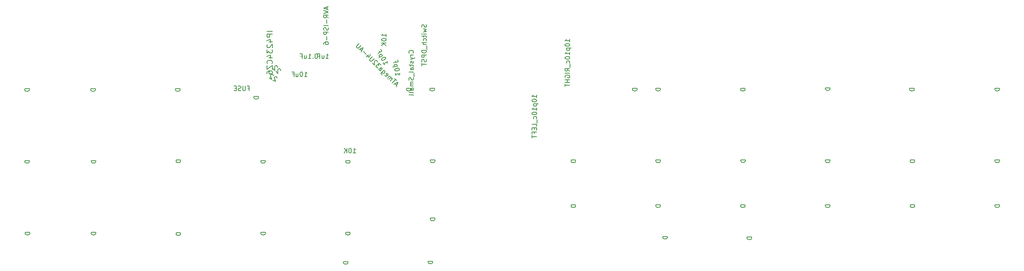
<source format=gbr>
G04 #@! TF.FileFunction,Other,Fab,Bot*
%FSLAX46Y46*%
G04 Gerber Fmt 4.6, Leading zero omitted, Abs format (unit mm)*
G04 Created by KiCad (PCBNEW 4.0.1-stable) date Saturday, January 28, 2017 'PMt' 02:32:07 PM*
%MOMM*%
G01*
G04 APERTURE LIST*
%ADD10C,0.100000*%
%ADD11C,0.150000*%
G04 APERTURE END LIST*
D10*
D11*
X64392857Y-2402381D02*
X64297618Y-2402381D01*
X64202380Y-2450000D01*
X64154761Y-2497619D01*
X64107142Y-2592857D01*
X64059523Y-2783333D01*
X64059523Y-3021429D01*
X64107142Y-3211905D01*
X64154761Y-3307143D01*
X64202380Y-3354762D01*
X64297618Y-3402381D01*
X64392857Y-3402381D01*
X64488095Y-3354762D01*
X64535714Y-3307143D01*
X64583333Y-3211905D01*
X64630952Y-3021429D01*
X64630952Y-2783333D01*
X64583333Y-2592857D01*
X64535714Y-2497619D01*
X64488095Y-2450000D01*
X64392857Y-2402381D01*
X63630952Y-3307143D02*
X63583333Y-3354762D01*
X63630952Y-3402381D01*
X63678571Y-3354762D01*
X63630952Y-3307143D01*
X63630952Y-3402381D01*
X62630952Y-3402381D02*
X63202381Y-3402381D01*
X62916667Y-3402381D02*
X62916667Y-2402381D01*
X63011905Y-2545238D01*
X63107143Y-2640476D01*
X63202381Y-2688095D01*
X61773809Y-2735714D02*
X61773809Y-3402381D01*
X62202381Y-2735714D02*
X62202381Y-3259524D01*
X62154762Y-3354762D01*
X62059524Y-3402381D01*
X61916666Y-3402381D01*
X61821428Y-3354762D01*
X61773809Y-3307143D01*
X60964285Y-2878571D02*
X61297619Y-2878571D01*
X61297619Y-3402381D02*
X61297619Y-2402381D01*
X60821428Y-2402381D01*
X119662381Y212619D02*
X119662381Y784048D01*
X119662381Y498334D02*
X118662381Y498334D01*
X118805238Y593572D01*
X118900476Y688810D01*
X118948095Y784048D01*
X118662381Y-406428D02*
X118662381Y-501667D01*
X118710000Y-596905D01*
X118757619Y-644524D01*
X118852857Y-692143D01*
X119043333Y-739762D01*
X119281429Y-739762D01*
X119471905Y-692143D01*
X119567143Y-644524D01*
X119614762Y-596905D01*
X119662381Y-501667D01*
X119662381Y-406428D01*
X119614762Y-311190D01*
X119567143Y-263571D01*
X119471905Y-215952D01*
X119281429Y-168333D01*
X119043333Y-168333D01*
X118852857Y-215952D01*
X118757619Y-263571D01*
X118710000Y-311190D01*
X118662381Y-406428D01*
X118995714Y-1168333D02*
X119995714Y-1168333D01*
X119043333Y-1168333D02*
X118995714Y-1263571D01*
X118995714Y-1454048D01*
X119043333Y-1549286D01*
X119090952Y-1596905D01*
X119186190Y-1644524D01*
X119471905Y-1644524D01*
X119567143Y-1596905D01*
X119614762Y-1549286D01*
X119662381Y-1454048D01*
X119662381Y-1263571D01*
X119614762Y-1168333D01*
X119662381Y-2596905D02*
X119662381Y-2025476D01*
X119662381Y-2311190D02*
X118662381Y-2311190D01*
X118805238Y-2215952D01*
X118900476Y-2120714D01*
X118948095Y-2025476D01*
X118662381Y-3215952D02*
X118662381Y-3311191D01*
X118710000Y-3406429D01*
X118757619Y-3454048D01*
X118852857Y-3501667D01*
X119043333Y-3549286D01*
X119281429Y-3549286D01*
X119471905Y-3501667D01*
X119567143Y-3454048D01*
X119614762Y-3406429D01*
X119662381Y-3311191D01*
X119662381Y-3215952D01*
X119614762Y-3120714D01*
X119567143Y-3073095D01*
X119471905Y-3025476D01*
X119281429Y-2977857D01*
X119043333Y-2977857D01*
X118852857Y-3025476D01*
X118757619Y-3073095D01*
X118710000Y-3120714D01*
X118662381Y-3215952D01*
X119614762Y-4406429D02*
X119662381Y-4311191D01*
X119662381Y-4120714D01*
X119614762Y-4025476D01*
X119567143Y-3977857D01*
X119471905Y-3930238D01*
X119186190Y-3930238D01*
X119090952Y-3977857D01*
X119043333Y-4025476D01*
X118995714Y-4120714D01*
X118995714Y-4311191D01*
X119043333Y-4406429D01*
X119757619Y-4596905D02*
X119757619Y-5358810D01*
X119662381Y-6168334D02*
X119186190Y-5835000D01*
X119662381Y-5596905D02*
X118662381Y-5596905D01*
X118662381Y-5977858D01*
X118710000Y-6073096D01*
X118757619Y-6120715D01*
X118852857Y-6168334D01*
X118995714Y-6168334D01*
X119090952Y-6120715D01*
X119138571Y-6073096D01*
X119186190Y-5977858D01*
X119186190Y-5596905D01*
X119662381Y-6596905D02*
X118662381Y-6596905D01*
X118710000Y-7596905D02*
X118662381Y-7501667D01*
X118662381Y-7358810D01*
X118710000Y-7215952D01*
X118805238Y-7120714D01*
X118900476Y-7073095D01*
X119090952Y-7025476D01*
X119233810Y-7025476D01*
X119424286Y-7073095D01*
X119519524Y-7120714D01*
X119614762Y-7215952D01*
X119662381Y-7358810D01*
X119662381Y-7454048D01*
X119614762Y-7596905D01*
X119567143Y-7644524D01*
X119233810Y-7644524D01*
X119233810Y-7454048D01*
X119662381Y-8073095D02*
X118662381Y-8073095D01*
X119138571Y-8073095D02*
X119138571Y-8644524D01*
X119662381Y-8644524D02*
X118662381Y-8644524D01*
X118662381Y-8977857D02*
X118662381Y-9549286D01*
X119662381Y-9263571D02*
X118662381Y-9263571D01*
X112422381Y-11963571D02*
X112422381Y-11392142D01*
X112422381Y-11677856D02*
X111422381Y-11677856D01*
X111565238Y-11582618D01*
X111660476Y-11487380D01*
X111708095Y-11392142D01*
X111422381Y-12582618D02*
X111422381Y-12677857D01*
X111470000Y-12773095D01*
X111517619Y-12820714D01*
X111612857Y-12868333D01*
X111803333Y-12915952D01*
X112041429Y-12915952D01*
X112231905Y-12868333D01*
X112327143Y-12820714D01*
X112374762Y-12773095D01*
X112422381Y-12677857D01*
X112422381Y-12582618D01*
X112374762Y-12487380D01*
X112327143Y-12439761D01*
X112231905Y-12392142D01*
X112041429Y-12344523D01*
X111803333Y-12344523D01*
X111612857Y-12392142D01*
X111517619Y-12439761D01*
X111470000Y-12487380D01*
X111422381Y-12582618D01*
X111755714Y-13344523D02*
X112755714Y-13344523D01*
X111803333Y-13344523D02*
X111755714Y-13439761D01*
X111755714Y-13630238D01*
X111803333Y-13725476D01*
X111850952Y-13773095D01*
X111946190Y-13820714D01*
X112231905Y-13820714D01*
X112327143Y-13773095D01*
X112374762Y-13725476D01*
X112422381Y-13630238D01*
X112422381Y-13439761D01*
X112374762Y-13344523D01*
X112422381Y-14773095D02*
X112422381Y-14201666D01*
X112422381Y-14487380D02*
X111422381Y-14487380D01*
X111565238Y-14392142D01*
X111660476Y-14296904D01*
X111708095Y-14201666D01*
X111422381Y-15392142D02*
X111422381Y-15487381D01*
X111470000Y-15582619D01*
X111517619Y-15630238D01*
X111612857Y-15677857D01*
X111803333Y-15725476D01*
X112041429Y-15725476D01*
X112231905Y-15677857D01*
X112327143Y-15630238D01*
X112374762Y-15582619D01*
X112422381Y-15487381D01*
X112422381Y-15392142D01*
X112374762Y-15296904D01*
X112327143Y-15249285D01*
X112231905Y-15201666D01*
X112041429Y-15154047D01*
X111803333Y-15154047D01*
X111612857Y-15201666D01*
X111517619Y-15249285D01*
X111470000Y-15296904D01*
X111422381Y-15392142D01*
X112374762Y-16582619D02*
X112422381Y-16487381D01*
X112422381Y-16296904D01*
X112374762Y-16201666D01*
X112327143Y-16154047D01*
X112231905Y-16106428D01*
X111946190Y-16106428D01*
X111850952Y-16154047D01*
X111803333Y-16201666D01*
X111755714Y-16296904D01*
X111755714Y-16487381D01*
X111803333Y-16582619D01*
X112517619Y-16773095D02*
X112517619Y-17535000D01*
X112422381Y-18249286D02*
X112422381Y-17773095D01*
X111422381Y-17773095D01*
X111898571Y-18582619D02*
X111898571Y-18915953D01*
X112422381Y-19058810D02*
X112422381Y-18582619D01*
X111422381Y-18582619D01*
X111422381Y-19058810D01*
X111898571Y-19820715D02*
X111898571Y-19487381D01*
X112422381Y-19487381D02*
X111422381Y-19487381D01*
X111422381Y-19963572D01*
X111422381Y-20201667D02*
X111422381Y-20773096D01*
X112422381Y-20487381D02*
X111422381Y-20487381D01*
X66706667Y7805238D02*
X66706667Y7329047D01*
X66992381Y7900476D02*
X65992381Y7567143D01*
X66992381Y7233809D01*
X65992381Y7043333D02*
X66992381Y6710000D01*
X65992381Y6376666D01*
X66992381Y5471904D02*
X66516190Y5805238D01*
X66992381Y6043333D02*
X65992381Y6043333D01*
X65992381Y5662380D01*
X66040000Y5567142D01*
X66087619Y5519523D01*
X66182857Y5471904D01*
X66325714Y5471904D01*
X66420952Y5519523D01*
X66468571Y5567142D01*
X66516190Y5662380D01*
X66516190Y6043333D01*
X66611429Y5043333D02*
X66611429Y4281428D01*
X66992381Y3805238D02*
X65992381Y3805238D01*
X66944762Y3376667D02*
X66992381Y3233810D01*
X66992381Y2995714D01*
X66944762Y2900476D01*
X66897143Y2852857D01*
X66801905Y2805238D01*
X66706667Y2805238D01*
X66611429Y2852857D01*
X66563810Y2900476D01*
X66516190Y2995714D01*
X66468571Y3186191D01*
X66420952Y3281429D01*
X66373333Y3329048D01*
X66278095Y3376667D01*
X66182857Y3376667D01*
X66087619Y3329048D01*
X66040000Y3281429D01*
X65992381Y3186191D01*
X65992381Y2948095D01*
X66040000Y2805238D01*
X66992381Y2376667D02*
X65992381Y2376667D01*
X65992381Y1995714D01*
X66040000Y1900476D01*
X66087619Y1852857D01*
X66182857Y1805238D01*
X66325714Y1805238D01*
X66420952Y1852857D01*
X66468571Y1900476D01*
X66516190Y1995714D01*
X66516190Y2376667D01*
X66611429Y1376667D02*
X66611429Y614762D01*
X65992381Y-290000D02*
X65992381Y-99523D01*
X66040000Y-4285D01*
X66087619Y43334D01*
X66230476Y138572D01*
X66420952Y186191D01*
X66801905Y186191D01*
X66897143Y138572D01*
X66944762Y90953D01*
X66992381Y-4285D01*
X66992381Y-194762D01*
X66944762Y-290000D01*
X66897143Y-337619D01*
X66801905Y-385238D01*
X66563810Y-385238D01*
X66468571Y-337619D01*
X66420952Y-290000D01*
X66373333Y-194762D01*
X66373333Y-4285D01*
X66420952Y90953D01*
X66468571Y138572D01*
X66563810Y186191D01*
X61771428Y-7352381D02*
X62342857Y-7352381D01*
X62057143Y-7352381D02*
X62057143Y-6352381D01*
X62152381Y-6495238D01*
X62247619Y-6590476D01*
X62342857Y-6638095D01*
X61152381Y-6352381D02*
X61057142Y-6352381D01*
X60961904Y-6400000D01*
X60914285Y-6447619D01*
X60866666Y-6542857D01*
X60819047Y-6733333D01*
X60819047Y-6971429D01*
X60866666Y-7161905D01*
X60914285Y-7257143D01*
X60961904Y-7304762D01*
X61057142Y-7352381D01*
X61152381Y-7352381D01*
X61247619Y-7304762D01*
X61295238Y-7257143D01*
X61342857Y-7161905D01*
X61390476Y-6971429D01*
X61390476Y-6733333D01*
X61342857Y-6542857D01*
X61295238Y-6447619D01*
X61247619Y-6400000D01*
X61152381Y-6352381D01*
X59961904Y-6685714D02*
X59961904Y-7352381D01*
X60390476Y-6685714D02*
X60390476Y-7209524D01*
X60342857Y-7304762D01*
X60247619Y-7352381D01*
X60104761Y-7352381D01*
X60009523Y-7304762D01*
X59961904Y-7257143D01*
X59152380Y-6828571D02*
X59485714Y-6828571D01*
X59485714Y-7352381D02*
X59485714Y-6352381D01*
X59009523Y-6352381D01*
X66435238Y-3402381D02*
X67006667Y-3402381D01*
X66720953Y-3402381D02*
X66720953Y-2402381D01*
X66816191Y-2545238D01*
X66911429Y-2640476D01*
X67006667Y-2688095D01*
X65578095Y-2735714D02*
X65578095Y-3402381D01*
X66006667Y-2735714D02*
X66006667Y-3259524D01*
X65959048Y-3354762D01*
X65863810Y-3402381D01*
X65720952Y-3402381D01*
X65625714Y-3354762D01*
X65578095Y-3307143D01*
X64768571Y-2878571D02*
X65101905Y-2878571D01*
X65101905Y-3402381D02*
X65101905Y-2402381D01*
X64625714Y-2402381D01*
X1742381Y-10038095D02*
X742381Y-10038095D01*
X742381Y-10276190D01*
X790000Y-10419048D01*
X885238Y-10514286D01*
X980476Y-10561905D01*
X1170952Y-10609524D01*
X1313810Y-10609524D01*
X1504286Y-10561905D01*
X1599524Y-10514286D01*
X1694762Y-10419048D01*
X1742381Y-10276190D01*
X1742381Y-10038095D01*
X16142381Y-10038095D02*
X15142381Y-10038095D01*
X15142381Y-10276190D01*
X15190000Y-10419048D01*
X15285238Y-10514286D01*
X15380476Y-10561905D01*
X15570952Y-10609524D01*
X15713810Y-10609524D01*
X15904286Y-10561905D01*
X15999524Y-10514286D01*
X16094762Y-10419048D01*
X16142381Y-10276190D01*
X16142381Y-10038095D01*
X34642381Y-10038095D02*
X33642381Y-10038095D01*
X33642381Y-10276190D01*
X33690000Y-10419048D01*
X33785238Y-10514286D01*
X33880476Y-10561905D01*
X34070952Y-10609524D01*
X34213810Y-10609524D01*
X34404286Y-10561905D01*
X34499524Y-10514286D01*
X34594762Y-10419048D01*
X34642381Y-10276190D01*
X34642381Y-10038095D01*
X51742381Y-11738095D02*
X50742381Y-11738095D01*
X50742381Y-11976190D01*
X50790000Y-12119048D01*
X50885238Y-12214286D01*
X50980476Y-12261905D01*
X51170952Y-12309524D01*
X51313810Y-12309524D01*
X51504286Y-12261905D01*
X51599524Y-12214286D01*
X51694762Y-12119048D01*
X51742381Y-11976190D01*
X51742381Y-11738095D01*
X85042381Y-9938095D02*
X84042381Y-9938095D01*
X84042381Y-10176190D01*
X84090000Y-10319048D01*
X84185238Y-10414286D01*
X84280476Y-10461905D01*
X84470952Y-10509524D01*
X84613810Y-10509524D01*
X84804286Y-10461905D01*
X84899524Y-10414286D01*
X84994762Y-10319048D01*
X85042381Y-10176190D01*
X85042381Y-9938095D01*
X90142381Y-9938095D02*
X89142381Y-9938095D01*
X89142381Y-10176190D01*
X89190000Y-10319048D01*
X89285238Y-10414286D01*
X89380476Y-10461905D01*
X89570952Y-10509524D01*
X89713810Y-10509524D01*
X89904286Y-10461905D01*
X89999524Y-10414286D01*
X90094762Y-10319048D01*
X90142381Y-10176190D01*
X90142381Y-9938095D01*
X134342381Y-9938095D02*
X133342381Y-9938095D01*
X133342381Y-10176190D01*
X133390000Y-10319048D01*
X133485238Y-10414286D01*
X133580476Y-10461905D01*
X133770952Y-10509524D01*
X133913810Y-10509524D01*
X134104286Y-10461905D01*
X134199524Y-10414286D01*
X134294762Y-10319048D01*
X134342381Y-10176190D01*
X134342381Y-9938095D01*
X139442381Y-9938095D02*
X138442381Y-9938095D01*
X138442381Y-10176190D01*
X138490000Y-10319048D01*
X138585238Y-10414286D01*
X138680476Y-10461905D01*
X138870952Y-10509524D01*
X139013810Y-10509524D01*
X139204286Y-10461905D01*
X139299524Y-10414286D01*
X139394762Y-10319048D01*
X139442381Y-10176190D01*
X139442381Y-9938095D01*
X157942381Y-9938095D02*
X156942381Y-9938095D01*
X156942381Y-10176190D01*
X156990000Y-10319048D01*
X157085238Y-10414286D01*
X157180476Y-10461905D01*
X157370952Y-10509524D01*
X157513810Y-10509524D01*
X157704286Y-10461905D01*
X157799524Y-10414286D01*
X157894762Y-10319048D01*
X157942381Y-10176190D01*
X157942381Y-9938095D01*
X176442381Y-9838095D02*
X175442381Y-9838095D01*
X175442381Y-10076190D01*
X175490000Y-10219048D01*
X175585238Y-10314286D01*
X175680476Y-10361905D01*
X175870952Y-10409524D01*
X176013810Y-10409524D01*
X176204286Y-10361905D01*
X176299524Y-10314286D01*
X176394762Y-10219048D01*
X176442381Y-10076190D01*
X176442381Y-9838095D01*
X194842381Y-9938095D02*
X193842381Y-9938095D01*
X193842381Y-10176190D01*
X193890000Y-10319048D01*
X193985238Y-10414286D01*
X194080476Y-10461905D01*
X194270952Y-10509524D01*
X194413810Y-10509524D01*
X194604286Y-10461905D01*
X194699524Y-10414286D01*
X194794762Y-10319048D01*
X194842381Y-10176190D01*
X194842381Y-9938095D01*
X213442381Y-9938095D02*
X212442381Y-9938095D01*
X212442381Y-10176190D01*
X212490000Y-10319048D01*
X212585238Y-10414286D01*
X212680476Y-10461905D01*
X212870952Y-10509524D01*
X213013810Y-10509524D01*
X213204286Y-10461905D01*
X213299524Y-10414286D01*
X213394762Y-10319048D01*
X213442381Y-10176190D01*
X213442381Y-9938095D01*
X1742381Y-25738095D02*
X742381Y-25738095D01*
X742381Y-25976190D01*
X790000Y-26119048D01*
X885238Y-26214286D01*
X980476Y-26261905D01*
X1170952Y-26309524D01*
X1313810Y-26309524D01*
X1504286Y-26261905D01*
X1599524Y-26214286D01*
X1694762Y-26119048D01*
X1742381Y-25976190D01*
X1742381Y-25738095D01*
X16242381Y-25738095D02*
X15242381Y-25738095D01*
X15242381Y-25976190D01*
X15290000Y-26119048D01*
X15385238Y-26214286D01*
X15480476Y-26261905D01*
X15670952Y-26309524D01*
X15813810Y-26309524D01*
X16004286Y-26261905D01*
X16099524Y-26214286D01*
X16194762Y-26119048D01*
X16242381Y-25976190D01*
X16242381Y-25738095D01*
X34742381Y-25638095D02*
X33742381Y-25638095D01*
X33742381Y-25876190D01*
X33790000Y-26019048D01*
X33885238Y-26114286D01*
X33980476Y-26161905D01*
X34170952Y-26209524D01*
X34313810Y-26209524D01*
X34504286Y-26161905D01*
X34599524Y-26114286D01*
X34694762Y-26019048D01*
X34742381Y-25876190D01*
X34742381Y-25638095D01*
X53242381Y-25738095D02*
X52242381Y-25738095D01*
X52242381Y-25976190D01*
X52290000Y-26119048D01*
X52385238Y-26214286D01*
X52480476Y-26261905D01*
X52670952Y-26309524D01*
X52813810Y-26309524D01*
X53004286Y-26261905D01*
X53099524Y-26214286D01*
X53194762Y-26119048D01*
X53242381Y-25976190D01*
X53242381Y-25738095D01*
X71742381Y-25738095D02*
X70742381Y-25738095D01*
X70742381Y-25976190D01*
X70790000Y-26119048D01*
X70885238Y-26214286D01*
X70980476Y-26261905D01*
X71170952Y-26309524D01*
X71313810Y-26309524D01*
X71504286Y-26261905D01*
X71599524Y-26214286D01*
X71694762Y-26119048D01*
X71742381Y-25976190D01*
X71742381Y-25738095D01*
X90242381Y-25638095D02*
X89242381Y-25638095D01*
X89242381Y-25876190D01*
X89290000Y-26019048D01*
X89385238Y-26114286D01*
X89480476Y-26161905D01*
X89670952Y-26209524D01*
X89813810Y-26209524D01*
X90004286Y-26161905D01*
X90099524Y-26114286D01*
X90194762Y-26019048D01*
X90242381Y-25876190D01*
X90242381Y-25638095D01*
X120942381Y-25638095D02*
X119942381Y-25638095D01*
X119942381Y-25876190D01*
X119990000Y-26019048D01*
X120085238Y-26114286D01*
X120180476Y-26161905D01*
X120370952Y-26209524D01*
X120513810Y-26209524D01*
X120704286Y-26161905D01*
X120799524Y-26114286D01*
X120894762Y-26019048D01*
X120942381Y-25876190D01*
X120942381Y-25638095D01*
X139442381Y-25638095D02*
X138442381Y-25638095D01*
X138442381Y-25876190D01*
X138490000Y-26019048D01*
X138585238Y-26114286D01*
X138680476Y-26161905D01*
X138870952Y-26209524D01*
X139013810Y-26209524D01*
X139204286Y-26161905D01*
X139299524Y-26114286D01*
X139394762Y-26019048D01*
X139442381Y-25876190D01*
X139442381Y-25638095D01*
X157992381Y-25588095D02*
X156992381Y-25588095D01*
X156992381Y-25826190D01*
X157040000Y-25969048D01*
X157135238Y-26064286D01*
X157230476Y-26111905D01*
X157420952Y-26159524D01*
X157563810Y-26159524D01*
X157754286Y-26111905D01*
X157849524Y-26064286D01*
X157944762Y-25969048D01*
X157992381Y-25826190D01*
X157992381Y-25588095D01*
X176442381Y-25638095D02*
X175442381Y-25638095D01*
X175442381Y-25876190D01*
X175490000Y-26019048D01*
X175585238Y-26114286D01*
X175680476Y-26161905D01*
X175870952Y-26209524D01*
X176013810Y-26209524D01*
X176204286Y-26161905D01*
X176299524Y-26114286D01*
X176394762Y-26019048D01*
X176442381Y-25876190D01*
X176442381Y-25638095D01*
X194942381Y-25638095D02*
X193942381Y-25638095D01*
X193942381Y-25876190D01*
X193990000Y-26019048D01*
X194085238Y-26114286D01*
X194180476Y-26161905D01*
X194370952Y-26209524D01*
X194513810Y-26209524D01*
X194704286Y-26161905D01*
X194799524Y-26114286D01*
X194894762Y-26019048D01*
X194942381Y-25876190D01*
X194942381Y-25638095D01*
X213442381Y-25638095D02*
X212442381Y-25638095D01*
X212442381Y-25876190D01*
X212490000Y-26019048D01*
X212585238Y-26114286D01*
X212680476Y-26161905D01*
X212870952Y-26209524D01*
X213013810Y-26209524D01*
X213204286Y-26161905D01*
X213299524Y-26114286D01*
X213394762Y-26019048D01*
X213442381Y-25876190D01*
X213442381Y-25638095D01*
X1842381Y-41438095D02*
X842381Y-41438095D01*
X842381Y-41676190D01*
X890000Y-41819048D01*
X985238Y-41914286D01*
X1080476Y-41961905D01*
X1270952Y-42009524D01*
X1413810Y-42009524D01*
X1604286Y-41961905D01*
X1699524Y-41914286D01*
X1794762Y-41819048D01*
X1842381Y-41676190D01*
X1842381Y-41438095D01*
X16242381Y-41438095D02*
X15242381Y-41438095D01*
X15242381Y-41676190D01*
X15290000Y-41819048D01*
X15385238Y-41914286D01*
X15480476Y-41961905D01*
X15670952Y-42009524D01*
X15813810Y-42009524D01*
X16004286Y-41961905D01*
X16099524Y-41914286D01*
X16194762Y-41819048D01*
X16242381Y-41676190D01*
X16242381Y-41438095D01*
X34742381Y-41538095D02*
X33742381Y-41538095D01*
X33742381Y-41776190D01*
X33790000Y-41919048D01*
X33885238Y-42014286D01*
X33980476Y-42061905D01*
X34170952Y-42109524D01*
X34313810Y-42109524D01*
X34504286Y-42061905D01*
X34599524Y-42014286D01*
X34694762Y-41919048D01*
X34742381Y-41776190D01*
X34742381Y-41538095D01*
X53242381Y-41438095D02*
X52242381Y-41438095D01*
X52242381Y-41676190D01*
X52290000Y-41819048D01*
X52385238Y-41914286D01*
X52480476Y-41961905D01*
X52670952Y-42009524D01*
X52813810Y-42009524D01*
X53004286Y-41961905D01*
X53099524Y-41914286D01*
X53194762Y-41819048D01*
X53242381Y-41676190D01*
X53242381Y-41438095D01*
X71742381Y-41438095D02*
X70742381Y-41438095D01*
X70742381Y-41676190D01*
X70790000Y-41819048D01*
X70885238Y-41914286D01*
X70980476Y-41961905D01*
X71170952Y-42009524D01*
X71313810Y-42009524D01*
X71504286Y-41961905D01*
X71599524Y-41914286D01*
X71694762Y-41819048D01*
X71742381Y-41676190D01*
X71742381Y-41438095D01*
X90242381Y-38338095D02*
X89242381Y-38338095D01*
X89242381Y-38576190D01*
X89290000Y-38719048D01*
X89385238Y-38814286D01*
X89480476Y-38861905D01*
X89670952Y-38909524D01*
X89813810Y-38909524D01*
X90004286Y-38861905D01*
X90099524Y-38814286D01*
X90194762Y-38719048D01*
X90242381Y-38576190D01*
X90242381Y-38338095D01*
X120942381Y-35438095D02*
X119942381Y-35438095D01*
X119942381Y-35676190D01*
X119990000Y-35819048D01*
X120085238Y-35914286D01*
X120180476Y-35961905D01*
X120370952Y-36009524D01*
X120513810Y-36009524D01*
X120704286Y-35961905D01*
X120799524Y-35914286D01*
X120894762Y-35819048D01*
X120942381Y-35676190D01*
X120942381Y-35438095D01*
X139442381Y-35438095D02*
X138442381Y-35438095D01*
X138442381Y-35676190D01*
X138490000Y-35819048D01*
X138585238Y-35914286D01*
X138680476Y-35961905D01*
X138870952Y-36009524D01*
X139013810Y-36009524D01*
X139204286Y-35961905D01*
X139299524Y-35914286D01*
X139394762Y-35819048D01*
X139442381Y-35676190D01*
X139442381Y-35438095D01*
X157942381Y-35438095D02*
X156942381Y-35438095D01*
X156942381Y-35676190D01*
X156990000Y-35819048D01*
X157085238Y-35914286D01*
X157180476Y-35961905D01*
X157370952Y-36009524D01*
X157513810Y-36009524D01*
X157704286Y-35961905D01*
X157799524Y-35914286D01*
X157894762Y-35819048D01*
X157942381Y-35676190D01*
X157942381Y-35438095D01*
X176442381Y-35438095D02*
X175442381Y-35438095D01*
X175442381Y-35676190D01*
X175490000Y-35819048D01*
X175585238Y-35914286D01*
X175680476Y-35961905D01*
X175870952Y-36009524D01*
X176013810Y-36009524D01*
X176204286Y-35961905D01*
X176299524Y-35914286D01*
X176394762Y-35819048D01*
X176442381Y-35676190D01*
X176442381Y-35438095D01*
X194942381Y-35438095D02*
X193942381Y-35438095D01*
X193942381Y-35676190D01*
X193990000Y-35819048D01*
X194085238Y-35914286D01*
X194180476Y-35961905D01*
X194370952Y-36009524D01*
X194513810Y-36009524D01*
X194704286Y-35961905D01*
X194799524Y-35914286D01*
X194894762Y-35819048D01*
X194942381Y-35676190D01*
X194942381Y-35438095D01*
X213442381Y-35438095D02*
X212442381Y-35438095D01*
X212442381Y-35676190D01*
X212490000Y-35819048D01*
X212585238Y-35914286D01*
X212680476Y-35961905D01*
X212870952Y-36009524D01*
X213013810Y-36009524D01*
X213204286Y-35961905D01*
X213299524Y-35914286D01*
X213394762Y-35819048D01*
X213442381Y-35676190D01*
X213442381Y-35438095D01*
X71262381Y-47838095D02*
X70262381Y-47838095D01*
X70262381Y-48076190D01*
X70310000Y-48219048D01*
X70405238Y-48314286D01*
X70500476Y-48361905D01*
X70690952Y-48409524D01*
X70833810Y-48409524D01*
X71024286Y-48361905D01*
X71119524Y-48314286D01*
X71214762Y-48219048D01*
X71262381Y-48076190D01*
X71262381Y-47838095D01*
X89762381Y-47738095D02*
X88762381Y-47738095D01*
X88762381Y-47976190D01*
X88810000Y-48119048D01*
X88905238Y-48214286D01*
X89000476Y-48261905D01*
X89190952Y-48309524D01*
X89333810Y-48309524D01*
X89524286Y-48261905D01*
X89619524Y-48214286D01*
X89714762Y-48119048D01*
X89762381Y-47976190D01*
X89762381Y-47738095D01*
X140962381Y-42338095D02*
X139962381Y-42338095D01*
X139962381Y-42576190D01*
X140010000Y-42719048D01*
X140105238Y-42814286D01*
X140200476Y-42861905D01*
X140390952Y-42909524D01*
X140533810Y-42909524D01*
X140724286Y-42861905D01*
X140819524Y-42814286D01*
X140914762Y-42719048D01*
X140962381Y-42576190D01*
X140962381Y-42338095D01*
X159362381Y-42438095D02*
X158362381Y-42438095D01*
X158362381Y-42676190D01*
X158410000Y-42819048D01*
X158505238Y-42914286D01*
X158600476Y-42961905D01*
X158790952Y-43009524D01*
X158933810Y-43009524D01*
X159124286Y-42961905D01*
X159219524Y-42914286D01*
X159314762Y-42819048D01*
X159362381Y-42676190D01*
X159362381Y-42438095D01*
X56574797Y-6012040D02*
X56574797Y-5944696D01*
X56541125Y-5843681D01*
X56372766Y-5675322D01*
X56271751Y-5641650D01*
X56204407Y-5641650D01*
X56103392Y-5675322D01*
X56036049Y-5742665D01*
X55968705Y-5877352D01*
X55968705Y-6685475D01*
X55530972Y-6247742D01*
X55901362Y-5338604D02*
X55901362Y-5271261D01*
X55867690Y-5170246D01*
X55699331Y-5001887D01*
X55598316Y-4968215D01*
X55530972Y-4968215D01*
X55429957Y-5001887D01*
X55362614Y-5069230D01*
X55295270Y-5203917D01*
X55295270Y-6012040D01*
X54857537Y-5574306D01*
X55836020Y-7644627D02*
X55818590Y-7579578D01*
X55759921Y-7490720D01*
X55553724Y-7371672D01*
X55447436Y-7365292D01*
X55382387Y-7382722D01*
X55293529Y-7441391D01*
X55245910Y-7523870D01*
X55215720Y-7671397D01*
X55424878Y-8451983D01*
X54888767Y-8142459D01*
X55011233Y-7168437D02*
X54993804Y-7103388D01*
X54935135Y-7014530D01*
X54728937Y-6895482D01*
X54622649Y-6889102D01*
X54557601Y-6906532D01*
X54468742Y-6965201D01*
X54421123Y-7047679D01*
X54390934Y-7195206D01*
X54600092Y-7975793D01*
X54063980Y-7666269D01*
X54792857Y2478571D02*
X53592857Y2478571D01*
X54792857Y1907142D02*
X53592857Y1907142D01*
X53592857Y1449999D01*
X53650000Y1335713D01*
X53707143Y1278570D01*
X53821429Y1221427D01*
X53992857Y1221427D01*
X54107143Y1278570D01*
X54164286Y1335713D01*
X54221429Y1449999D01*
X54221429Y1907142D01*
X53992857Y192856D02*
X54792857Y192856D01*
X53535714Y478570D02*
X54392857Y764285D01*
X54392857Y21427D01*
X53707143Y-378572D02*
X53650000Y-435715D01*
X53592857Y-550001D01*
X53592857Y-835715D01*
X53650000Y-950001D01*
X53707143Y-1007144D01*
X53821429Y-1064287D01*
X53935714Y-1064287D01*
X54107143Y-1007144D01*
X54792857Y-321430D01*
X54792857Y-1064287D01*
X53592857Y-1464287D02*
X53592857Y-2207144D01*
X54050000Y-1807144D01*
X54050000Y-1978572D01*
X54107143Y-2092858D01*
X54164286Y-2150001D01*
X54278571Y-2207144D01*
X54564286Y-2207144D01*
X54678571Y-2150001D01*
X54735714Y-2092858D01*
X54792857Y-1978572D01*
X54792857Y-1635715D01*
X54735714Y-1521429D01*
X54678571Y-1464287D01*
X53992857Y-3235715D02*
X54792857Y-3235715D01*
X53535714Y-2950001D02*
X54392857Y-2664286D01*
X54392857Y-3407144D01*
X54678571Y-4550001D02*
X54735714Y-4492858D01*
X54792857Y-4321429D01*
X54792857Y-4207143D01*
X54735714Y-4035715D01*
X54621429Y-3921429D01*
X54507143Y-3864286D01*
X54278571Y-3807143D01*
X54107143Y-3807143D01*
X53878571Y-3864286D01*
X53764286Y-3921429D01*
X53650000Y-4035715D01*
X53592857Y-4207143D01*
X53592857Y-4321429D01*
X53650000Y-4492858D01*
X53707143Y-4550001D01*
X53592857Y-4950001D02*
X53592857Y-5750001D01*
X54792857Y-4950001D01*
X54792857Y-5750001D01*
X53592857Y-6721429D02*
X53592857Y-6492858D01*
X53650000Y-6378572D01*
X53707143Y-6321429D01*
X53878571Y-6207143D01*
X54107143Y-6150000D01*
X54564286Y-6150000D01*
X54678571Y-6207143D01*
X54735714Y-6264286D01*
X54792857Y-6378572D01*
X54792857Y-6607143D01*
X54735714Y-6721429D01*
X54678571Y-6778572D01*
X54564286Y-6835715D01*
X54278571Y-6835715D01*
X54164286Y-6778572D01*
X54107143Y-6721429D01*
X54050000Y-6607143D01*
X54050000Y-6378572D01*
X54107143Y-6264286D01*
X54164286Y-6207143D01*
X54278571Y-6150000D01*
X81893750Y-9293561D02*
X81557033Y-8956843D01*
X81759064Y-9562935D02*
X82230468Y-8620126D01*
X81287659Y-9091530D01*
X81860079Y-8249737D02*
X81456017Y-7845675D01*
X80950942Y-8754813D02*
X81658048Y-8047706D01*
X80513209Y-8317080D02*
X80984613Y-7845675D01*
X80917270Y-7913019D02*
X80917270Y-7845675D01*
X80883598Y-7744660D01*
X80782582Y-7643644D01*
X80681567Y-7609972D01*
X80580552Y-7643644D01*
X80210162Y-8014034D01*
X80580552Y-7643644D02*
X80614224Y-7542629D01*
X80580552Y-7441614D01*
X80479537Y-7340599D01*
X80378522Y-7306927D01*
X80277507Y-7340599D01*
X79907117Y-7710988D01*
X79334697Y-7071225D02*
X79368369Y-7172240D01*
X79503056Y-7306928D01*
X79604072Y-7340599D01*
X79705087Y-7306928D01*
X79974461Y-7037553D01*
X80008133Y-6936538D01*
X79974461Y-6835523D01*
X79839774Y-6700835D01*
X79738758Y-6667164D01*
X79637743Y-6700835D01*
X79570399Y-6768180D01*
X79839774Y-7172241D01*
X79132667Y-5993729D02*
X78560247Y-6566149D01*
X78526575Y-6667164D01*
X78526575Y-6734507D01*
X78560248Y-6835523D01*
X78661263Y-6936538D01*
X78762278Y-6970210D01*
X78694934Y-6431462D02*
X78728605Y-6532477D01*
X78863293Y-6667164D01*
X78964308Y-6700836D01*
X79031652Y-6700836D01*
X79132667Y-6667164D01*
X79334698Y-6465133D01*
X79368370Y-6364118D01*
X79368370Y-6296775D01*
X79334698Y-6195760D01*
X79200010Y-6061072D01*
X79098995Y-6027400D01*
X78021499Y-5825370D02*
X78391888Y-5454980D01*
X78492903Y-5421309D01*
X78593919Y-5454980D01*
X78728606Y-5589668D01*
X78762278Y-5690683D01*
X78055170Y-5791698D02*
X78088842Y-5892713D01*
X78257201Y-6061073D01*
X78358217Y-6094744D01*
X78459232Y-6061073D01*
X78526575Y-5993729D01*
X78560247Y-5892714D01*
X78526575Y-5791699D01*
X78358216Y-5623340D01*
X78324544Y-5522325D01*
X78459232Y-4848890D02*
X78021499Y-4411156D01*
X77987828Y-4916233D01*
X77886812Y-4815217D01*
X77785797Y-4781545D01*
X77718453Y-4781545D01*
X77617437Y-4815218D01*
X77449079Y-4983576D01*
X77415407Y-5084592D01*
X77415407Y-5151935D01*
X77449079Y-5252950D01*
X77651110Y-5454981D01*
X77752125Y-5488653D01*
X77819468Y-5488653D01*
X77684782Y-4209126D02*
X77684782Y-4141783D01*
X77651110Y-4040768D01*
X77482750Y-3872408D01*
X77381735Y-3838737D01*
X77314392Y-3838737D01*
X77213377Y-3872408D01*
X77146033Y-3939752D01*
X77078690Y-4074439D01*
X77078690Y-4882561D01*
X76640957Y-4444828D01*
X77045018Y-3434676D02*
X76472598Y-4007096D01*
X76371583Y-4040768D01*
X76304240Y-4040768D01*
X76203225Y-4007096D01*
X76068537Y-3872408D01*
X76034865Y-3771393D01*
X76034865Y-3704050D01*
X76068537Y-3603035D01*
X76640957Y-3030615D01*
X75765491Y-2626553D02*
X75294087Y-3097958D01*
X76203225Y-2525539D02*
X75866507Y-3198974D01*
X75428774Y-2761241D01*
X75193072Y-2458195D02*
X74654323Y-1919447D01*
X74283934Y-1683745D02*
X73947217Y-1347027D01*
X74149248Y-1953119D02*
X74620652Y-1010310D01*
X73677843Y-1481714D01*
X74149248Y-538905D02*
X73576828Y-1111325D01*
X73475813Y-1144997D01*
X73408469Y-1144997D01*
X73307454Y-1111325D01*
X73172766Y-976638D01*
X73139095Y-875623D01*
X73139095Y-808279D01*
X73172766Y-707264D01*
X73745186Y-134844D01*
X72390476Y-24052381D02*
X72961905Y-24052381D01*
X72676191Y-24052381D02*
X72676191Y-23052381D01*
X72771429Y-23195238D01*
X72866667Y-23290476D01*
X72961905Y-23338095D01*
X71771429Y-23052381D02*
X71676190Y-23052381D01*
X71580952Y-23100000D01*
X71533333Y-23147619D01*
X71485714Y-23242857D01*
X71438095Y-23433333D01*
X71438095Y-23671429D01*
X71485714Y-23861905D01*
X71533333Y-23957143D01*
X71580952Y-24004762D01*
X71676190Y-24052381D01*
X71771429Y-24052381D01*
X71866667Y-24004762D01*
X71914286Y-23957143D01*
X71961905Y-23861905D01*
X72009524Y-23671429D01*
X72009524Y-23433333D01*
X71961905Y-23242857D01*
X71914286Y-23147619D01*
X71866667Y-23100000D01*
X71771429Y-23052381D01*
X71009524Y-24052381D02*
X71009524Y-23052381D01*
X70438095Y-24052381D02*
X70866667Y-23480952D01*
X70438095Y-23052381D02*
X71009524Y-23623810D01*
X85457143Y-2254285D02*
X85504762Y-2206666D01*
X85552381Y-2063809D01*
X85552381Y-1968571D01*
X85504762Y-1825713D01*
X85409524Y-1730475D01*
X85314286Y-1682856D01*
X85123810Y-1635237D01*
X84980952Y-1635237D01*
X84790476Y-1682856D01*
X84695238Y-1730475D01*
X84600000Y-1825713D01*
X84552381Y-1968571D01*
X84552381Y-2063809D01*
X84600000Y-2206666D01*
X84647619Y-2254285D01*
X85552381Y-2682856D02*
X84885714Y-2682856D01*
X85076190Y-2682856D02*
X84980952Y-2730475D01*
X84933333Y-2778094D01*
X84885714Y-2873332D01*
X84885714Y-2968571D01*
X84885714Y-3206666D02*
X85552381Y-3444761D01*
X84885714Y-3682857D02*
X85552381Y-3444761D01*
X85790476Y-3349523D01*
X85838095Y-3301904D01*
X85885714Y-3206666D01*
X85504762Y-4016190D02*
X85552381Y-4111428D01*
X85552381Y-4301904D01*
X85504762Y-4397143D01*
X85409524Y-4444762D01*
X85361905Y-4444762D01*
X85266667Y-4397143D01*
X85219048Y-4301904D01*
X85219048Y-4159047D01*
X85171429Y-4063809D01*
X85076190Y-4016190D01*
X85028571Y-4016190D01*
X84933333Y-4063809D01*
X84885714Y-4159047D01*
X84885714Y-4301904D01*
X84933333Y-4397143D01*
X84885714Y-4730476D02*
X84885714Y-5111428D01*
X84552381Y-4873333D02*
X85409524Y-4873333D01*
X85504762Y-4920952D01*
X85552381Y-5016190D01*
X85552381Y-5111428D01*
X85552381Y-5873334D02*
X85028571Y-5873334D01*
X84933333Y-5825715D01*
X84885714Y-5730477D01*
X84885714Y-5540000D01*
X84933333Y-5444762D01*
X85504762Y-5873334D02*
X85552381Y-5778096D01*
X85552381Y-5540000D01*
X85504762Y-5444762D01*
X85409524Y-5397143D01*
X85314286Y-5397143D01*
X85219048Y-5444762D01*
X85171429Y-5540000D01*
X85171429Y-5778096D01*
X85123810Y-5873334D01*
X85552381Y-6492381D02*
X85504762Y-6397143D01*
X85409524Y-6349524D01*
X84552381Y-6349524D01*
X85647619Y-6635239D02*
X85647619Y-7397144D01*
X85504762Y-7587620D02*
X85552381Y-7730477D01*
X85552381Y-7968573D01*
X85504762Y-8063811D01*
X85457143Y-8111430D01*
X85361905Y-8159049D01*
X85266667Y-8159049D01*
X85171429Y-8111430D01*
X85123810Y-8063811D01*
X85076190Y-7968573D01*
X85028571Y-7778096D01*
X84980952Y-7682858D01*
X84933333Y-7635239D01*
X84838095Y-7587620D01*
X84742857Y-7587620D01*
X84647619Y-7635239D01*
X84600000Y-7682858D01*
X84552381Y-7778096D01*
X84552381Y-8016192D01*
X84600000Y-8159049D01*
X85552381Y-8587620D02*
X84885714Y-8587620D01*
X84980952Y-8587620D02*
X84933333Y-8635239D01*
X84885714Y-8730477D01*
X84885714Y-8873335D01*
X84933333Y-8968573D01*
X85028571Y-9016192D01*
X85552381Y-9016192D01*
X85028571Y-9016192D02*
X84933333Y-9063811D01*
X84885714Y-9159049D01*
X84885714Y-9301906D01*
X84933333Y-9397144D01*
X85028571Y-9444763D01*
X85552381Y-9444763D01*
X85552381Y-10349525D02*
X85028571Y-10349525D01*
X84933333Y-10301906D01*
X84885714Y-10206668D01*
X84885714Y-10016191D01*
X84933333Y-9920953D01*
X85504762Y-10349525D02*
X85552381Y-10254287D01*
X85552381Y-10016191D01*
X85504762Y-9920953D01*
X85409524Y-9873334D01*
X85314286Y-9873334D01*
X85219048Y-9920953D01*
X85171429Y-10016191D01*
X85171429Y-10254287D01*
X85123810Y-10349525D01*
X85552381Y-10968572D02*
X85504762Y-10873334D01*
X85409524Y-10825715D01*
X84552381Y-10825715D01*
X85552381Y-11492382D02*
X85504762Y-11397144D01*
X85409524Y-11349525D01*
X84552381Y-11349525D01*
X81604716Y-6598504D02*
X81703944Y-7161251D01*
X81654330Y-6879878D02*
X82639138Y-6706230D01*
X82514989Y-6824828D01*
X82437736Y-6935157D01*
X82407378Y-7037217D01*
X82482028Y-5815213D02*
X82465489Y-5721421D01*
X82402056Y-5635899D01*
X82346892Y-5597272D01*
X82244831Y-5566915D01*
X82048980Y-5553095D01*
X81814501Y-5594440D01*
X81635188Y-5674411D01*
X81549666Y-5737845D01*
X81511039Y-5793009D01*
X81480682Y-5895069D01*
X81497220Y-5988861D01*
X81560653Y-6074384D01*
X81615818Y-6113010D01*
X81717878Y-6143368D01*
X81913729Y-6157188D01*
X82148208Y-6115843D01*
X82327521Y-6035871D01*
X82413043Y-5972438D01*
X82451670Y-5917273D01*
X82482028Y-5815213D01*
X82021455Y-5122766D02*
X81036647Y-5296414D01*
X81974560Y-5131035D02*
X82004917Y-5028975D01*
X81971841Y-4841392D01*
X81908408Y-4755869D01*
X81853243Y-4717243D01*
X81751183Y-4686885D01*
X81469809Y-4736499D01*
X81384287Y-4799933D01*
X81345660Y-4855097D01*
X81315303Y-4957157D01*
X81348379Y-5144740D01*
X81411812Y-5230263D01*
X81665775Y-3928286D02*
X81723658Y-4256556D01*
X81207806Y-4347515D02*
X82192614Y-4173867D01*
X82109924Y-3704910D01*
X78936184Y-4314074D02*
X79221898Y-4808946D01*
X79079041Y-4561511D02*
X79945066Y-4061511D01*
X79868968Y-4215418D01*
X79834108Y-4345515D01*
X79840488Y-4451803D01*
X79492685Y-3277964D02*
X79445066Y-3195485D01*
X79356208Y-3136816D01*
X79291159Y-3119386D01*
X79184871Y-3125765D01*
X78996104Y-3179764D01*
X78789907Y-3298812D01*
X78648760Y-3435289D01*
X78590091Y-3524148D01*
X78572661Y-3589197D01*
X78579041Y-3695485D01*
X78626660Y-3777964D01*
X78715518Y-3836633D01*
X78780567Y-3854063D01*
X78886855Y-3847683D01*
X79075622Y-3793684D01*
X79281819Y-3674636D01*
X79422966Y-3538159D01*
X79481635Y-3449301D01*
X79499065Y-3384252D01*
X79492685Y-3277964D01*
X78823058Y-2784801D02*
X77957033Y-3284801D01*
X78781819Y-2808611D02*
X78775439Y-2702323D01*
X78680201Y-2537365D01*
X78591342Y-2478696D01*
X78526294Y-2461266D01*
X78420006Y-2467646D01*
X78172569Y-2610503D01*
X78113900Y-2699362D01*
X78096470Y-2764410D01*
X78102850Y-2870698D01*
X78198089Y-3035656D01*
X78286947Y-3094325D01*
X78080292Y-1784007D02*
X78246959Y-2072683D01*
X77793327Y-2334588D02*
X78659352Y-1834588D01*
X78421256Y-1422194D01*
X88324762Y3992381D02*
X88372381Y3849524D01*
X88372381Y3611428D01*
X88324762Y3516190D01*
X88277143Y3468571D01*
X88181905Y3420952D01*
X88086667Y3420952D01*
X87991429Y3468571D01*
X87943810Y3516190D01*
X87896190Y3611428D01*
X87848571Y3801905D01*
X87800952Y3897143D01*
X87753333Y3944762D01*
X87658095Y3992381D01*
X87562857Y3992381D01*
X87467619Y3944762D01*
X87420000Y3897143D01*
X87372381Y3801905D01*
X87372381Y3563809D01*
X87420000Y3420952D01*
X87705714Y3087619D02*
X88372381Y2897143D01*
X87896190Y2706666D01*
X88372381Y2516190D01*
X87705714Y2325714D01*
X88372381Y1944762D02*
X87705714Y1944762D01*
X87372381Y1944762D02*
X87420000Y1992381D01*
X87467619Y1944762D01*
X87420000Y1897143D01*
X87372381Y1944762D01*
X87467619Y1944762D01*
X87705714Y1611429D02*
X87705714Y1230477D01*
X87372381Y1468572D02*
X88229524Y1468572D01*
X88324762Y1420953D01*
X88372381Y1325715D01*
X88372381Y1230477D01*
X88324762Y468571D02*
X88372381Y563809D01*
X88372381Y754286D01*
X88324762Y849524D01*
X88277143Y897143D01*
X88181905Y944762D01*
X87896190Y944762D01*
X87800952Y897143D01*
X87753333Y849524D01*
X87705714Y754286D01*
X87705714Y563809D01*
X87753333Y468571D01*
X88372381Y40000D02*
X87372381Y40000D01*
X88372381Y-388572D02*
X87848571Y-388572D01*
X87753333Y-340953D01*
X87705714Y-245715D01*
X87705714Y-102857D01*
X87753333Y-7619D01*
X87800952Y40000D01*
X88467619Y-626667D02*
X88467619Y-1388572D01*
X88372381Y-1626667D02*
X87372381Y-1626667D01*
X87372381Y-1864762D01*
X87420000Y-2007620D01*
X87515238Y-2102858D01*
X87610476Y-2150477D01*
X87800952Y-2198096D01*
X87943810Y-2198096D01*
X88134286Y-2150477D01*
X88229524Y-2102858D01*
X88324762Y-2007620D01*
X88372381Y-1864762D01*
X88372381Y-1626667D01*
X88372381Y-2626667D02*
X87372381Y-2626667D01*
X87372381Y-3007620D01*
X87420000Y-3102858D01*
X87467619Y-3150477D01*
X87562857Y-3198096D01*
X87705714Y-3198096D01*
X87800952Y-3150477D01*
X87848571Y-3102858D01*
X87896190Y-3007620D01*
X87896190Y-2626667D01*
X88324762Y-3579048D02*
X88372381Y-3721905D01*
X88372381Y-3960001D01*
X88324762Y-4055239D01*
X88277143Y-4102858D01*
X88181905Y-4150477D01*
X88086667Y-4150477D01*
X87991429Y-4102858D01*
X87943810Y-4055239D01*
X87896190Y-3960001D01*
X87848571Y-3769524D01*
X87800952Y-3674286D01*
X87753333Y-3626667D01*
X87658095Y-3579048D01*
X87562857Y-3579048D01*
X87467619Y-3626667D01*
X87420000Y-3674286D01*
X87372381Y-3769524D01*
X87372381Y-4007620D01*
X87420000Y-4150477D01*
X87372381Y-4436191D02*
X87372381Y-5007620D01*
X88372381Y-4721905D02*
X87372381Y-4721905D01*
X49409523Y-9928571D02*
X49742857Y-9928571D01*
X49742857Y-10452381D02*
X49742857Y-9452381D01*
X49266666Y-9452381D01*
X48885714Y-9452381D02*
X48885714Y-10261905D01*
X48838095Y-10357143D01*
X48790476Y-10404762D01*
X48695238Y-10452381D01*
X48504761Y-10452381D01*
X48409523Y-10404762D01*
X48361904Y-10357143D01*
X48314285Y-10261905D01*
X48314285Y-9452381D01*
X47885714Y-10404762D02*
X47742857Y-10452381D01*
X47504761Y-10452381D01*
X47409523Y-10404762D01*
X47361904Y-10357143D01*
X47314285Y-10261905D01*
X47314285Y-10166667D01*
X47361904Y-10071429D01*
X47409523Y-10023810D01*
X47504761Y-9976190D01*
X47695238Y-9928571D01*
X47790476Y-9880952D01*
X47838095Y-9833333D01*
X47885714Y-9738095D01*
X47885714Y-9642857D01*
X47838095Y-9547619D01*
X47790476Y-9500000D01*
X47695238Y-9452381D01*
X47457142Y-9452381D01*
X47314285Y-9500000D01*
X46885714Y-9928571D02*
X46552380Y-9928571D01*
X46409523Y-10452381D02*
X46885714Y-10452381D01*
X46885714Y-9452381D01*
X46409523Y-9452381D01*
X79612381Y1350476D02*
X79612381Y1921905D01*
X79612381Y1636191D02*
X78612381Y1636191D01*
X78755238Y1731429D01*
X78850476Y1826667D01*
X78898095Y1921905D01*
X78612381Y731429D02*
X78612381Y636190D01*
X78660000Y540952D01*
X78707619Y493333D01*
X78802857Y445714D01*
X78993333Y398095D01*
X79231429Y398095D01*
X79421905Y445714D01*
X79517143Y493333D01*
X79564762Y540952D01*
X79612381Y636190D01*
X79612381Y731429D01*
X79564762Y826667D01*
X79517143Y874286D01*
X79421905Y921905D01*
X79231429Y969524D01*
X78993333Y969524D01*
X78802857Y921905D01*
X78707619Y874286D01*
X78660000Y826667D01*
X78612381Y731429D01*
X79612381Y-30476D02*
X78612381Y-30476D01*
X79612381Y-601905D02*
X79040952Y-173333D01*
X78612381Y-601905D02*
X79183810Y-30476D01*
M02*

</source>
